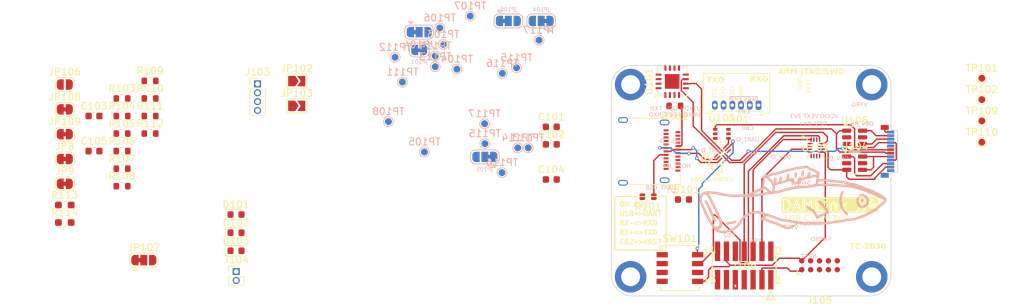
<source format=kicad_pcb>
(kicad_pcb (version 20240108) (generator "pcbnew") (generator_version "8.0")
  (title_block (title "DAMLink") (date "2024-06-15") (rev "4") (comment 1 "MootSeeker 2024"))
  (layers (0 "F.Cu" signal) (31 "B.Cu" signal) (34 "B.Paste" user) (35 "F.Paste" user) (36 "B.SilkS" user "B.Silkscreen") (37 "F.SilkS" user "F.Silkscreen") (38 "B.Mask" user) (39 "F.Mask" user) (44 "Edge.Cuts" user))
  (net 0 "")
  (net 1 "+3V3")
  (net 2 "GND")
  (net 3 "Net-(C101-Pad1)")
  (net 4 "VBUS")
  (net 5 "VCC")
  (net 6 "Net-(D101-K)")
  (net 7 "Net-(D102-K)")
  (net 8 "Net-(D103-K)")
  (net 9 "/IO1")
  (net 10 "/HOST_CC1")
  (net 11 "/HOST_D+")
  (net 12 "/HOST_D-")
  (net 13 "/IO0")
  (net 18 "/HOST_CC2")
  (net 22 "/SWDIO")
  (net 23 "/DEV_CC1")
  (net 24 "/DEV_D+")
  (net 25 "/DEV_D-")
  (net 26 "/VTARGET")
  (net 27 "/DEV_RX-")
  (net 28 "/DEV_RX+")
  (net 29 "/DEV_CC2")
  (net 30 "/~{RESET}")
  (net 32 "/DEV_RXD")
  (net 33 "/DEV_TXD")
  (net 36 "/TXLED{slash}CB1")
  (net 37 "/RXLED{slash}CB2")
  (net 38 "/UART_USB")
  (net 39 "/~{PASS_USB}")
  (net 40 "/SWT_RX+")
  (net 41 "/SWT_RX-")
  (net 42 "/TXDEN{slash}CB0")
  (net 43 "/SLEEP{slash}CB3")
  (net 44 "/UART_D+")
  (net 45 "/UART_D-")
  (net 46 "/VREF")
  (net 47 "/VBUS_DEV")
  (net 48 "/~{DEV_ON}")
  (net 49 "Net-(J104-Pin_1)")
  (net 52 "/SWCLK")
  (net 53 "/SWO")
  (net 57 "Net-(J106-VCP_RX)")
  (net 58 "Net-(J106-VCP_TX)")
  (net 61 "Net-(JP101-A)")
  (net 62 "Net-(JP102-A)")
  (net 63 "Net-(JP8-A)")
  (net 64 "Net-(JP9-A)")
  (net 65 "/DEV_TX+")
  (net 66 "/DEV_TX-")
  (net 67 "Net-(JP103-A)")
  (net 68 "Net-(JP104-B)")
  (footprint "Package_TO_SOT_SMD:SOT-23-6" (layer "F.Cu") (at 182.8 48.3)
    (property "Reference" "U106")
    (property "Value" "USBLC6-4SC6")
  )
  (footprint "Resistor_SMD:R_0603_1608Metric" (layer "F.Cu") (at 153.25 56.8 180)
    (property "Reference" "R101")
    (property "Value" "5k1")
  )
  (footprint "Connector_USB:USB_C_Receptacle_Amphenol_12401610E4-2A" (layer "F.Cu") (at 152.5 50.31 -90)
    (property "Reference" "J102" (hide yes))
    (property "Value" "USB_C_Receptacle_Host")
  )
  (footprint "MountingHole:MountingHole_2.7mm_M2.5_ISO7380_Pad" (layer "F.Cu") (at 185.25 40.75)
    (property "Reference" "H102" (hide yes))
    (property "Value" "MountingHole_Pad")
  )
  (footprint "Resistor_SMD:R_0603_1608Metric" (layer "F.Cu") (at 81.9925 42.74)
    (property "Reference" "R110")
    (property "Value" "680R")
  )
  (footprint "MountingHole:MountingHole_2.7mm_M2.5_ISO7380_Pad" (layer "F.Cu") (at 185.25 68.25)
    (property "Reference" "H104" (hide yes))
    (property "Value" "MountingHole_Pad")
  )
  (footprint "TestPoint:TestPoint_Pad_D1.0mm" (layer "F.Cu") (at 201 42.9)
    (property "Reference" "TP102")
    (property "Value" "TestPoint_Small")
  )
  (footprint "Jumper:SolderJumper-2_P1.3mm_Open_TrianglePad1.0x1.5mm" (layer "F.Cu") (at 102.975 40.25)
    (property "Reference" "JP102")
    (property "Value" "SolderJumper_2_Open")
  )
  (footprint "TMUX1574RSVR:RSV16_TEX" (layer "F.Cu") (at 177.175 49.8)
    (property "Reference" "U103")
    (property "Value" "TMUX1574RSVR")
  )
  (footprint "Resistor_SMD:R_0603_1608Metric" (layer "F.Cu") (at 77.9825 50.27)
    (property "Reference" "R106")
    (property "Value" "1k")
  )
  (footprint "Resistor_SMD:R_0603_1608Metric_Pad0.98x0.95mm_HandSolder" (layer "F.Cu") (at 69.7925 60.49)
    (property "Reference" "R114")
    (property "Value" "10k")
  )
  (footprint "Jumper:SolderJumper-2_P1.3mm_Open_TrianglePad1.0x1.5mm" (layer "F.Cu") (at 102.975 43.8)
    (property "Reference" "JP103")
    (property "Value" "SolderJumper_2_Open")
  )
  (footprint "Inductor_SMD:L_0603_1608Metric" (layer "F.Cu") (at 158.3125 57.2)
    (property "Reference" "FB101")
    (property "Value" "120R/0.55A")
  )
  (footprint "Resistor_SMD:R_0603_1608Metric" (layer "F.Cu") (at 157.075 43.8 180)
    (property "Reference" "R102")
    (property "Value" "5k1")
  )
  (footprint "Resistor_SMD:R_0603_1608Metric" (layer "F.Cu") (at 81.9925 47.76)
    (property "Reference" "R112")
    (property "Value" "1k")
  )
  (footprint "Resistor_SMD:R_0603_1608Metric" (layer "F.Cu") (at 77.9825 42.74)
    (property "Reference" "R103")
    (property "Value" "22k")
  )
  (footprint "Resistor_SMD:R_0603_1608Metric" (layer "F.Cu") (at 81.9925 40.23)
    (property "Reference" "R109")
    (property "Value" "680R")
  )
  (footprint "Resistor_SMD:R_0603_1608Metric" (layer "F.Cu") (at 77.9825 45.25)
    (property "Reference" "R104")
    (property "Value" "22k")
  )
  (footprint "Connector_PinHeader_1.27mm:PinHeader_1x02_P1.27mm_Vertical" (layer "F.Cu") (at 94.3225 67.5)
    (property "Reference" "J104")
    (property "Value" "VCCIO_EXT")
  )
  (footprint "Capacitor_SMD:C_0603_1608Metric" (layer "F.Cu") (at 139.4 46.8)
    (property "Reference" "C101")
    (property "Value" "10nF")
  )
  (footprint "Connector_Molex:Molex_PicoBlade_53048-0610_1x06_P1.25mm_Horizontal" (layer "F.Cu") (at 169.05 43.7 180)
    (property "Reference" "J101")
    (property "Value" "PicoBlade")
  )
  (footprint "Resistor_SMD:R_0603_1608Metric" (layer "F.Cu") (at 77.9825 52.78)
    (property "Reference" "R107")
    (property "Value" "680R")
  )
  (footprint "LED_SMD:LED_0603_1608Metric" (layer "F.Cu") (at 94.2925 59.35)
    (property "Reference" "D101")
    (property "Value" "TXD")
  )
  (footprint "Capacitor_SMD:C_0603_1608Metric" (layer "F.Cu") (at 73.9725 50.27)
    (property "Reference" "C105")
    (property "Value" "100nF")
  )
  (footprint "Connector_STDC14:CON14_2X7_DUK_FTSH_SAI" (layer "F.Cu") (at 167 66.63673)
    (property "Reference" "J106")
    (property "Value" "Conn_ST_STDC14")
  )
  (footprint "MountingHole:MountingHole_2.7mm_M2.5_ISO7380_Pad" (layer "F.Cu") (at 150.75 40.75)
    (property "Reference" "H101" (hide yes))
    (property "Value" "MountingHole_Pad")
  )
  (footprint "TestPoint:TestPoint_Pad_D1.0mm" (layer "F.Cu") (at 201 39.85)
    (property "Reference" "TP101")
    (property "Value" "TestPoint_Small")
  )
  (footprint "Package_TO_SOT_SMD:SOT-363_SC-70-6" (layer "F.Cu") (at 163.8 47.8)
    (property "Reference" "U105")
    (property "Value" "SiP32432DR3")
  )
  (footprint "Connector:Tag-Connect_TC2050-IDC-FP_2x05_P1.27mm_Vertical" (layer "F.Cu") (at 177.775 66.6)
    (property "Reference" "J105")
    (property "Value" "TC2050-IDC")
  )
  (footprint "Resistor_SMD:R_0603_1608Metric_Pad0.98x0.95mm_HandSolder" (layer "F.Cu") (at 69.7925 57.98)
    (property "Reference" "R113")
    (property "Value" "22k")
  )
  (footprint "Connector_PinHeader_1.27mm:PinHeader_1x04_P1.27mm_Vertical" (layer "F.Cu") (at 97.3725 40.65)
    (property "Reference" "J103")
    (property "Value" "PicoBlade")
  )
  (footprint "MountingHole:MountingHole_2.7mm_M2.5_ISO7380_Pad" (layer "F.Cu") (at 150.75 68.25)
    (property "Reference" "H103" (hide yes))
    (property "Value" "MountingHole_Pad")
  )
  (footprint "TestPoint:TestPoint_Pad_D1.0mm" (layer "F.Cu") (at 201 49)
    (property "Reference" "TP110")
    (property "Value" "TestPoint_Small")
  )
  (footprint "LED_SMD:LED_0603_1608Metric" (layer "F.Cu") (at 94.2925 64.53)
    (property "Reference" "D103")
    (property "Value" "WHITE")
  )
  (footprint "Jumper:SolderJumper-2_P1.3mm_Bridged_RoundedPad1.0x1.5mm" (layer "F.Cu") (at 69.7925 47.85)
    (property "Reference" "JP109")
    (property "Value" "SolderJumper_2_Bridged")
  )
  (footprint "Resistor_SMD:R_0603_1608Metric" (layer "F.Cu") (at 77.9825 47.76)
    (property "Reference" "R105")
    (property "Value" "1k")
  )
  (footprint "Jumper:SolderJumper-2_P1.3mm_Open_RoundedPad1.0x1.5mm" (layer "F.Cu") (at 69.7925 40.75)
    (property "Reference" "JP106")
    (property "Value" "SolderJumper_2_Open")
  )
  (footprint "Connector_USB:USB_C_Plug_Molex_105444" (layer "F.Cu") (at 187.99 50.31 -90)
    (property "Reference" "P101" (hide yes))
    (property "Value" "USB_C_Plug")
  )
  (footprint "Capacitor_SMD:C_0603_1608Metric" (layer "F.Cu") (at 139.4 54.33)
    (property "Reference" "C104")
    (property "Value" "1uF")
  )
  (footprint "Resistor_SMD:R_0603_1608Metric" (layer "F.Cu") (at 77.9825 55.29)
    (property "Reference" "R108")
    (property "Value" "680R")
  )
  (footprint "LED_SMD:LED_0603_1608Metric" (layer "F.Cu") (at 94.2925 61.94)
    (property "Reference" "D102")
    (property "Value" "RXD")
  )
  (footprint "Capacitor_SMD:C_0603_1608Metric" (layer "F.Cu") (at 73.9725 45.25)
    (property "Reference" "C103")
    (property "Value" "100nF")
  )
  (footprint "Jumper:SolderJumper-2_P1.3mm_Bridged_RoundedPad1.0x1.5mm" (layer "F.Cu") (at 69.7925 51.4)
    (property "Reference" "JP8")
    (property "Value" "SolderJumper_2_Bridged")
  )
  (footprint "Jumper:SolderJumper-2_P1.3mm_Bridged_RoundedPad1.0x1.5mm" (layer "F.Cu") (at 69.7925 54.95)
    (property "Reference" "JP9")
    (property "Value" "SolderJumper_2_Bridged")
  )
  (footprint "TestPoint:TestPoint_Pad_D1.0mm" (layer "F.Cu") (at 201 45.95)
    (property "Reference" "TP109")
    (property "Value" "TestPoint_Small")
  )
  (footprint "Package_DFN_QFN:QFN-16-1EP_4x4mm_P0.65mm_EP2.1x2.1mm" (layer "F.Cu") (at 156.7 40.3 90)
    (property "Reference" "U101")
    (property "Value" "FT230XQ")
  )
  (footprint "Jumper:SolderJumper-2_P1.3mm_Bridged_RoundedPad1.0x1.5mm" (layer "F.Cu") (at 69.7925 44.3)
    (property "Reference" "JP108")
    (property "Value" "SolderJumper_2_Bridged")
  )
  (footprint "Button_Switch_SMD:SW_DIP_SPSTx04_Slide_Copal_CHS-04A_W5.08mm_P1.27mm_JPin" (layer "F.Cu") (at 157.8 67)
    (property "Reference" "SW101")
    (property "Value" "SW_DIP_x04")
  )
  (footprint "Resistor_SMD:R_0603_1608Metric" (layer "F.Cu") (at 81.9925 45.25)
    (property "Reference" "R111")
    (property "Value" "22k")
  )
  (footprint "Capacitor_SMD:C_0603_1608Metric" (layer "F.Cu") (at 139.4 49.31)
    (property "Reference" "C102")
    (property "Value" "100nF")
  )
  (footprint "Jumper:SolderJumper-3_P1.3mm_Bridged12_RoundedPad1.0x1.5mm" (layer "F.Cu") (at 81.1025 65.87)
    (property "Reference" "JP107")
    (property "Value" "SolderJumper_3_Bridged12")
  )
  (footprint "Package_DFN_QFN:UQFN-10_1.3x1.8mm_P0.4mm" (layer "F.Cu") (at 163.9 50.6 135)
    (property "Reference" "U102")
    (property "Value" "USB3740B-AI2")
  )
  (footprint "Package_TO_SOT_SMD:SOT-23-6" (layer "F.Cu") (at 182.8 52)
    (property "Reference" "U104")
    (property "Value" "USBLC6-4SC6")
  )
  (footprint "Jumper:SolderJumper-3_P1.3mm_Bridged12_RoundedPad1.0x1.5mm" (layer "B.Cu") (at 137.95 31.65 180)
    (property "Reference" "JP104")
    (property "Value" "SolderJumper_3_Bridged12")
  )
  (footprint "TestPoint:TestPoint_Pad_D1.0mm" (layer "B.Cu") (at 132.4 39.15 180)
    (property "Reference" "TP116")
    (property "Value" "TestPoint_Small")
  )
  (footprint "TestPoint:TestPoint_Pad_D1.0mm" (layer "B.Cu") (at 127.8 30.95 180)
    (property "Reference" "TP107")
    (property "Value" "TestPoint_Small")
  )
  (footprint "TestPoint:TestPoint_Pad_D1.0mm" (layer "B.Cu") (at 118.1 40.4 180)
    (property "Reference" "TP111")
    (property "Value" "TestPoint_Small")
  )
  (footprint "Jumper:SolderJumper-3_P1.3mm_Bridged12_RoundedPad1.0x1.5mm" (layer "B.Cu") (at 129.9 51.1 180)
    (property "Reference" "JP105")
    (property "Value" "SolderJumper_3_Bridged12")
  )
  (footprint "TestPoint:TestPoint_Pad_D1.0mm" (layer "B.Cu") (at 123.95 35 180)
    (property "Reference" "TP103")
    (property "Value" "TestPoint_Small")
  )
  (footprint "TestPoint:TestPoint_Pad_D1.0mm" (layer "B.Cu") (at 122.8 36.65 180)
    (property "Reference" "TP114")
    (property "Value" "TestPoint_Small")
  )
  (footprint "TestPoint:TestPoint_Pad_D1.0mm" (layer "B.Cu") (at 125.9 38.55 180)
    (property "Reference" "TP104")
    (property "Value" "TestPoint_Small")
  )
  (footprint "TestPoint:TestPoint_Pad_D1.0mm" (layer "B.Cu") (at 117.05 36.85 180)
    (property "Reference" "TP112")
    (property "Value" "TestPoint_Small")
  )
  (footprint "TestPoint:TestPoint_Pad_D1.0mm" (layer "B.Cu") (at 134.425 38.35 180)
    (property "Reference" "TP115")
    (property "Value" "TestPoint_Small")
  )
  (footprint "TestPoint:TestPoint_Pad_D1.0mm" (layer "B.Cu") (at 134.6 49.8 180)
    (property "Reference" "TP114")
    (property "Value" "TestPoint_Small")
  )
  (footprint "LOGO" (layer "B.Cu") (at 174.1 58.3 180)
    (property "Reference" "G***" (hide yes))
    (property "Value" "LOGO" (hide yes))
  )
  (footprint "TestPoint:TestPoint_Pad_D1.0mm" (layer "B.Cu") (at 132.35 53.35 180)
    (property "Reference" "TP116")
    (property "Value" "TestPoint_Small")
  )
  (footprint "TestPoint:TestPoint_Pad_D1.0mm" (layer "B.Cu") (at 123.45 32.65 180)
    (property "Reference" "TP106")
    (property "Value" "TestPoint_Small")
  )
  (footprint "Jumper:SolderJumper-3_P1.3mm_Bridged12_RoundedPad1.0x1.5mm" (layer "B.Cu") (at 133.25 31.65)
    (property "Reference" "JP105")
    (property "Value" "SolderJumper_3_Bridged12")
  )
  (footprint "TestPoint:TestPoint_Pad_D1.0mm" (layer "B.Cu") (at 137.65 34.4 180)
    (property "Reference" "TP117")
    (property "Value" "TestPoint_Small")
  )
  (footprint "Jumper:SolderJumper-2_P1.3mm_Bridged_RoundedPad1.0x1.5mm" (layer "B.Cu") (at 120.5 35.8)
    (property "Reference" "JP101")
    (property "Value" "SolderJumper_2_Bridged")
  )
  (footprint "TestPoint:TestPoint_Pad_D1.0mm" (layer "B.Cu") (at 121.25 50.4 180)
    (property "Reference" "TP105")
    (property "Value" "TestPoint_Small")
  )
  (footprint "TestPoint:TestPoint_Pad_D1.0mm" (layer "B.Cu") (at 116.1 46.05 180)
    (property "Reference" "TP108")
    (property "Value" "TestPoint_Small")
  )
  (footprint "TestPoint:TestPoint_Pad_D1.0mm" (layer "B.Cu") (at 129.85 46.35 180)
    (property "Reference" "TP117")
    (property "Value" "TestPoint_Small")
  )
  (footprint "TestPoint:TestPoint_Pad_D1.0mm" (layer "B.Cu") (at 122.8 38.2 180)
    (property "Reference" "TP113")
    (property "Value" "TestPoint_Small")
  )
  (footprint "TestPoint:TestPoint_Pad_D1.0mm" (layer "B.Cu") (at 136.1 49.8 180)
    (property "Reference" "TP113")
    (property "Value" "TestPoint_Small")
  )
  (footprint "Jumper:SolderJumper-3_P1.3mm_Bridged12_RoundedPad1.0x1.5mm" (layer "B.Cu") (at 120.5 33.25)
    (property "Reference" "JP104")
    (property "Value" "SolderJumper_3_Bridged12")
  )
  (footprint "TestPoint:TestPoint_Pad_D1.0mm" (layer "B.Cu") (at 129.9 49.2 180)
    (property "Reference" "TP115")
    (property "Value" "TestPoint_Small")
  )
  (gr_line (start 174.8 55.1) (end 174.35 55.55) (stroke (width 0.1)) (layer "B.SilkS"))
  (gr_line (start 157 56.35) (end 157 56.1) (stroke (width 0.1)) (layer "B.SilkS"))
  (gr_line (start 174.35 55.55) (end 174.35 55.2) (stroke (width 0.1)) (layer "B.SilkS"))
  (gr_line (start 156.55 55.9) (end 157 56.35) (stroke (width 0.1)) (layer "B.SilkS"))
  (gr_line (start 185 71) (end 151 71) (stroke (width 0.1)) (layer "Edge.Cuts"))
  (gr_line (start 188.950546 53.08) (end 188.950546 47.524454) (stroke (width 0.1)) (layer "Edge.Cuts"))
  (gr_arc (start 188.675546 47.249454) (mid 188.87 47.33) (end 188.950546 47.524454) (stroke (width 0.1)) (layer "Edge.Cuts"))
  (gr_arc (start 188 68) (mid 187.12132 70.12132) (end 185 71) (stroke (width 0.1)) (layer "Edge.Cuts"))
  (gr_arc (start 148 41) (mid 148.87868 38.87868) (end 151 38) (stroke (width 0.1)) (layer "Edge.Cuts"))
  (gr_line (start 188 46.973866) (end 188 41) (stroke (width 0.1)) (layer "Edge.Cuts"))
  (gr_arc (start 188.950546 53.08) (mid 188.87 53.274454) (end 188.675546 53.355) (stroke (width 0.1)) (layer "Edge.Cuts"))
  (gr_line (start 151 38) (end 185 38) (stroke (width 0.1)) (layer "Edge.Cuts"))
  (gr_line (start 188 53.64) (end 188 68) (stroke (width 0.1)) (layer "Edge.Cuts"))
  (gr_arc (start 151 71) (mid 148.87868 70.12132) (end 148 68) (stroke (width 0.1)) (layer "Edge.Cuts"))
  (gr_line (start 148 68) (end 148 41) (stroke (width 0.1)) (layer "Edge.Cuts"))
  (gr_arc (start 185 38) (mid 187.12132 38.87868) (end 188 41) (stroke (width 0.1)) (layer "Edge.Cuts"))
  (gr_line (start 188.675546 53.355588) (end 188.275 53.355588) (stroke (width 0.1)) (layer "Edge.Cuts"))
  (gr_arc (start 188 53.630588) (mid 188.080546 53.436134) (end 188.275 53.355588) (stroke (width 0.1)) (layer "Edge.Cuts"))
  (gr_line (start 188.275 47.248866) (end 188.675546 47.248866) (stroke (width 0.1)) (layer "Edge.Cuts"))
  (gr_arc (start 188.275 47.248866) (mid 188.080546 47.16832) (end 188 46.973866) (stroke (width 0.1)) (layer "Edge.Cuts"))
  (gr_text "SWDIO" (at 179.45 63.25 0) (layer "B.SilkS") (effects (font (size 0.6 0.6) (thickness 0.1)) (justify left bottom mirror)))
  (gr_text "VEXT" (at 177.65 45.65 0) (layer "B.SilkS") (effects (font (size 0.6 0.6) (thickness 0.1)) (justify left bottom mirror)))
  (gr_text "CB0" (at 168.35 47.35 0) (layer "B.SilkS") (effects (font (size 0.6 0.6) (thickness 0.1)) (justify left bottom mirror)))
  (gr_text "CB2" (at 165.7 62.7 0) (layer "B.SilkS") (effects (font (size 0.6 0.6) (thickness 0.1)) (justify left bottom mirror)))
  (gr_text "VTRG" (at 184.65 44 0) (layer "B.SilkS") (effects (font (size 0.6 0.6) (thickness 0.1)) (justify left bottom mirror)))
  (gr_text "SWO" (at 176.5 55.15 0) (layer "B.SilkS") (effects (font (size 0.6 0.6) (thickness 0.1)) (justify left bottom mirror)))
  (gr_text "NRST" (at 177.35 65.7 0) (layer "B.SilkS") (effects (font (size 0.6 0.6) (thickness 0.1)) (justify left bottom mirror)))
  (gr_text "UART_USB" (at 157.25 55.9 0) (layer "B.SilkS") (effects (font (size 0.6 0.6) (thickness 0.1)) (justify left bottom mirror)))
  (gr_text "HOST_D+" (at 159.35 52.75 0) (layer "B.SilkS") (effects (font (size 0.6 0.6) (thickness 0.1)) (justify left bottom mirror)))
  (gr_text "VCCIO" (at 180.5 45.65 0) (layer "B.SilkS") (effects (font (size 0.6 0.6) (thickness 0.1)) (justify left bottom mirror)))
  (gr_text "DEV_D-" (at 173.7 51.5 0) (layer "B.SilkS") (effects (font (size 0.6 0.6) (thickness 0.1)) (justify left bottom mirror)))
  (gr_text "UART_D-" (at 169.15 49 0) (layer "B.SilkS") (effects (font (size 0.6 0.6) (thickness 0.1)) (justify left bottom mirror)))
  (gr_text "UTXD<-DEV_TXD" (at 160.8 44.55 0) (layer "B.SilkS") (effects (font (size 0.6 0.6) (thickness 0.1)) (justify left bottom mirror)))
  (gr_text "CB1" (at 169.5 50.85 0) (layer "B.SilkS") (effects (font (size 0.6 0.6) (thickness 0.1)) (justify left bottom mirror)))
  (gr_text "~{PASS_USB}" (at 169.05 43.3 0) (layer "B.SilkS") (effects (font (size 0.6 0.6) (thickness 0.1)) (justify left bottom mirror)))
  (gr_text "UART_D+" (at 164.1 50.55 0) (layer "B.SilkS") (effects (font (size 0.6 0.6) (thickness 0.1)) (justify left bottom mirror)))
  (gr_text "3V3" (at 175.2 45.65 0) (layer "B.SilkS") (effects (font (size 0.6 0.6) (thickness 0.1)) (justify left bottom mirror)))
  (gr_text "URXD->DEV_RXD" (at 160.75 45.45 0) (layer "B.SilkS") (effects (font (size 0.6 0.6) (thickness 0.1)) (justify left bottom mirror)))
  (gr_text "VCC" (at 169.45 63.45 0) (layer "B.SilkS") (effects (font (size 0.6 0.6) (thickness 0.1)) (justify left bottom mirror)))
  (gr_text "HOST_D-" (at 158.35 49.2 0) (layer "B.SilkS") (effects (font (size 0.6 0.6) (thickness 0.1)) (justify left bottom mirror)))
  (gr_text "DEV_RX-" (at 185.525 46.725 0) (layer "B.SilkS") (effects (font (size 0.6 0.6) (thickness 0.1)) (justify left bottom mirror)))
  (gr_text "CB3" (at 167.8 45 0) (layer "B.SilkS") (effects (font (size 0.6 0.6) (thickness 0.1)) (justify left bottom mirror)))
  (gr_text "DEV_D+" (at 181.95 51.7 0) (layer "B.SilkS") (effects (font (size 0.6 0.6) (thickness 0.1)) (justify left bottom mirror)))
  (gr_text "SWCLK" (at 178 61 0) (layer "B.SilkS") (effects (font (size 0.6 0.6) (thickness 0.1)) (justify left bottom mirror)))
  (gr_text "DEV_RX+" (at 178.8 46.75 0) (layer "B.SilkS") (effects (font (size 0.6 0.6) (thickness 0.1)) (justify left bottom mirror)))
  (gr_text "VTGT" (at 174.75 61.55 0) (layer "B.SilkS") (effects (font (size 0.6 0.6) (thickness 0.1)) (justify left bottom mirror)))
  (gr_text "DAMLink R${REVISION}" (at 179.2 59 0) (layer "F.SilkS" knockout) (effects (font (size 1.6 1.6)) (justify bottom)))
  (gr_text "USB-C DAM Tool" (at 177.3 60.4 0) (layer "F.SilkS") (effects (font (size 0.8 0.8) (thickness 0.15) (italic yes)) (justify bottom)))
  (gr_text "VEXT" (at 176.6 42.05529 90) (layer "F.SilkS") (effects (font (size 0.6 0.6) (thickness 0.1)) (justify left bottom)))
  (gr_text "GND" (at 175.35 41.55 90) (layer "F.SilkS") (effects (font (size 0.6 0.6) (thickness 0.1)) (justify left bottom)))
  (gr_text "TXD" (at 161.6 40.6 0) (layer "F.SilkS") (effects (font (size 0.8 0.8) (thickness 0.16) (bold yes) (italic yes)) (justify left bottom)))
  (gr_text "VCC" (at 163.1 42.8 90) (layer "F.SilkS") (effects (font (size 0.6 0.6) (thickness 0.1)) (justify left bottom)))
  (gr_text "ARM-JTAG/SWD" (at 171.8 39.4 0) (layer "F.SilkS") (effects (font (size 0.8 0.8) (thickness 0.2) (bold yes) (italic yes)) (justify left bottom)))
  (gr_text "RXD" (at 167.8 40.5 0) (layer "F.SilkS") (effects (font (size 0.8 0.8) (thickness 0.16) (bold yes) (italic yes)) (justify left bottom)))
  (gr_text "TC-2030" (at 182.1 64.4 0) (layer "F.SilkS") (effects (font (size 0.8 0.8) (thickness 0.2) (bold yes) (italic yes)) (justify left bottom)))
  (gr_text "RXD" (at 164.35 42.8 90) (layer "F.SilkS") (effects (font (size 0.6 0.6) (thickness 0.1)) (justify left bottom)))
  (gr_text "VBUS->VBDEV" (at 159.3 54.7 0) (layer "F.SilkS") (effects (font (size 0.6 0.6) (thickness 0.1)) (justify left bottom)))
  (gr_text "GND" (at 166.9 42.8 90) (layer "F.SilkS") (effects (font (size 0.6 0.6) (thickness 0.1)) (justify left bottom)))
  (gr_text "TXD" (at 165.65 42.8 90) (layer "F.SilkS") (effects (font (size 0.6 0.6) (thickness 0.1)) (justify left bottom)))
  (gr_text_box "ON POS:\nUSB=>UART\nRX-=>RXD\nRX+=>TXD\nCB2=>NRST" (start 148.5 56.775) (end 155.85 64.425) (layer "F.SilkS") (effects (font (size 0.8 0.8) (thickness 0.15) (bold yes)) (justify left top)) (border yes) (stroke (width 0.15)))
  (segment (start 187.11 47.41) (end 187.11 46.89) (width 0.2) (layer "F.Cu") (net 2))
  (segment (start 187.95 47.56) (end 187.26 47.56) (width 0.2) (layer "F.Cu") (net 2))
  (segment (start 187.26 47.56) (end 187.11 47.41) (width 0.2) (layer "F.Cu") (net 2))
  (segment (start 164.235876 49.698439) (end 164.7 49.234315) (width 0.2) (layer "F.Cu") (net 4))
  (segment (start 164.7 49.2) (end 164.75 49.15) (width 0.2) (layer "F.Cu") (net 4))
  (segment (start 164.75 49.15) (end 164.75 48.45) (width 0.2) (layer "F.Cu") (net 4))
  (segment (start 164.7 49.234315) (end 164.7 49.2) (width 0.2) (layer "F.Cu") (net 4))
  (segment (start 158.09 49.41) (end 157.94 49.56) (width 0.2) (layer "F.Cu") (net 10))
  (segment (start 157.94 49.56) (end 157.52 49.56) (width 0.2) (layer "F.Cu") (net 10))
  (segment (start 158.09 43.99) (end 158.09 49.41) (width 0.2) (layer "F.Cu") (net 10))
  (segment (start 157.9 43.8) (end 158.09 43.99) (width 0.2) (layer "F.Cu") (net 10))
  (segment (start 163.564124 51.516915) (end 163.181039 51.9) (width 0.2) (layer "F.Cu") (net 11))
  (segment (start 163.181039 51.9) (end 160.8 51.9) (width 0.2) (layer "F.Cu") (net 11))
  (segment (start 157.52 50.06) (end 159.44 50.06) (width 0.2) (layer "F.Cu") (net 11))
  (segment (start 157.52 50.06) (end 156.74 50.06) (width 0.2) (layer "F.Cu") (net 11))
  (segment (start 160.8 51.9) (end 160.2 51.3) (width 0.2) (layer "F.Cu") (net 11))
  (segment (start 156.74 50.06) (end 156.49 50.31) (width 0.2) (layer "F.Cu") (net 11))
  (segment (start 159.44 50.06) (end 159.7 49.8) (width 0.2) (layer "F.Cu") (net 11))
  (segment (start 156.49 50.31) (end 155.82 50.31) (width 0.2) (layer "F.Cu") (net 11))
  (segment (start 163.564124 51.501561) (end 163.564124 51.516915) (width 0.2) (layer "F.Cu") (net 11))
  (via (at 160.2 51.3) (size 0.5) (drill 0.3) (layers "F.Cu" "B.Cu") (net 11))
  (via (at 159.7 49.8) (size 0.5) (drill 0.3) (layers "F.Cu" "B.Cu") (net 11))
  (segment (start 159.7 49.8) (end 159.8 49.8) (width 0.2) (layer "B.Cu") (net 11))
  (segment (start 159.8 49.8) (end 160.2 50.2) (width 0.2) (layer "B.Cu") (net 11))
  (segment (start 160.2 50.2) (end 160.2 51.3) (width 0.2) (layer "B.Cu") (net 11))
  (segment (start 159.1 50.6) (end 157.56 50.6) (width 0.2) (layer "F.Cu") (net 12))
  (segment (start 155.82 49.81) (end 154.91 49.81) (width 0.2) (layer "F.Cu") (net 12))
  (segment (start 163.027979 51.472021) (end 161.372021 51.472021) (width 0.2) (layer "F.Cu") (net 12))
  (segment (start 157.56 50.6) (end 157.52 50.56) (width 0.2) (layer "F.Cu") (net 12))
  (segment (start 154.9 49.8) (end 154.91 49.81) (width 0.2) (layer "F.Cu") (net 12))
  (segment (start 163.281282 51.218718) (end 163.027979 51.472021) (width 0.2) (layer "F.Cu") (net 12))
  (segment (start 160.5 50.6) (end 159.1 50.6) (width 0.2) (layer "F.Cu") (net 12))
  (segment (start 161.372021 51.472021) (end 160.5 50.6) (width 0.2) (layer "F.Cu") (net 12))
  (via (at 154.9 49.8) (size 0.5) (drill 0.3) (layers "F.Cu" "B.Cu") (net 12))
  (via (at 159.1 50.6) (size 0.5) (drill 0.3) (layers "F.Cu" "B.Cu") (net 12))
  (segment (start 156.5 49.8) (end 157.3 50.6) (width 0.2) (layer "B.Cu") (net 12))
  (segment (start 157.3 50.6) (end 159.1 50.6) (width 0.2) (layer "B.Cu") (net 12))
  (segment (start 154.9 49.8) (end 156.5 49.8) (width 0.2) (layer "B.Cu") (net 12))
  (segment (start 155.21 50.81) (end 155.82 50.81) (width 0.2) (layer "F.Cu") (net 18))
  (segment (start 155.2 50.8) (end 155.21 50.81) (width 0.2) (layer "F.Cu") (net 18))
  (segment (start 154.9 50.8) (end 155.2 50.8) (width 0.2) (layer "F.Cu") (net 18))
  (segment (start 154.075 51.625) (end 154.9 50.8) (width 0.2) (layer "F.Cu") (net 18))
  (segment (start 154.075 56.8) (end 154.075 51.625) (width 0.2) (layer "F.Cu") (net 18))
  (segment (start 169.54 64.60473) (end 169.54 54.26) (width 0.2) (layer "F.Cu") (net 22))
  (segment (start 169.54 54.26) (end 173.8 50) (width 0.2) (layer "F.Cu") (net 22))
  (segment (start 173.8 50) (end 176.4 50) (width 0.2) (layer "F.Cu") (net 22))
  (segment (start 165.18 51.58) (end 166.4 51.58) (width 0.2) (layer "F.Cu") (net 24))
  (segment (start 164.482843 50.882843) (end 165 51.4) (width 0.2) (layer "F.Cu") (net 24))
  (segment (start 164.465685 50.882843) (end 164.482843 50.882843) (width 0.2) (layer "F.Cu") (net 24))
  (segment (start 165 51.4) (end 165.18 51.58) (width 0.2) (layer "F.Cu") (net 24))
  (segment (start 167.58 50.4) (end 167.58 50.32) (width 0.2) (layer "F.Cu") (net 24))
  (segment (start 181.625 49.9) (end 181.6625 49.8625) (width 0.2) (layer "F.Cu") (net 24))
  (segment (start 167.58 50.32) (end 167.6 50.3) (width 0.2) (layer "F.Cu") (net 24))
  (segment (start 181.1 49.9) (end 181.625 49.9) (width 0.2) (layer "F.Cu") (net 24))
  (segment (start 181.89 50.09) (end 187.92 50.09) (width 0.2) (layer "F.Cu") (net 24))
  (segment (start 166.4 51.58) (end 167.58 50.4) (width 0.2) (layer "F.Cu") (net 24))
  (segment (start 187.92 50.09) (end 187.95 50.06) (width 0.2) (layer "F.Cu") (net 24))
  (segment (start 181.6625 49.25) (end 181.6625 49.8625) (width 0.2) (layer "F.Cu") (net 24))
  (segment (start 181.6625 49.8625) (end 181.89 50.09) (width 0.2) (layer "F.Cu") (net 24))
  (via (at 167.6 50.3) (size 0.5) (drill 0.3) (layers "F.Cu" "B.Cu") (net 24))
  (via (at 181.1 49.9) (size 0.5) (drill 0.3) (layers "F.Cu" "B.Cu") (net 24))
  (segment (start 167.6 50.3) (end 180 50.3) (width 0.2) (layer "B.Cu") (net 24))
  (segment (start 180.4 49.9) (end 181.1 49.9) (width 0.2) (layer "B.Cu") (net 24))
  (segment (start 180 50.3) (end 180.4 49.9) (width 0.2) (layer "B.Cu") (net 24))
  (segment (start 164.182843 51.165685) (end 164.917158 51.9) (width 0.2) (layer "F.Cu") (net 25))
  (segment (start 179.5 47.1) (end 180.2 47.8) (width 0.2) (layer "F.Cu") (net 25))
  (segment (start 187.25 50.56) (end 187.1 50.41) (width 0.2) (layer "F.Cu") (net 25))
  (segment (start 180.71 50.41) (end 180.2 49.9) (width 0.2) (layer "F.Cu") (net 25))
  (segment (start 187.1 50.41) (end 180.71 50.41) (width 0.2) (layer "F.Cu") (net 25))
  (segment (start 180.2 49.9) (end 180.2 47.8) (width 0.2) (layer "F.Cu") (net 25))
  (segment (start 180.65 47.35) (end 181.6625 47.35) (width 0.2) (layer "F.Cu") (net 25))
  (segment (start 171.547452 47.1) (end 179.5 47.1) (width 0.2) (layer "F.Cu") (net 25))
  (segment (start 166.747452 51.9) (end 171.547452 47.1) (width 0.2) (layer "F.Cu") (net 25))
  (segment (start 187.95 50.56) (end 187.25 50.56) (width 0.2) (layer "F.Cu") (net 25))
  (segment (start 164.917158 51.9) (end 166.747452 51.9) (width 0.2) (layer "F.Cu") (net 25))
  (segment (start 180.2 47.8) (end 180.65 47.35) (width 0.2) (layer "F.Cu") (net 25))
  (segment (start 183.9375 52.95) (end 185.15 52.95) (width 0.2) (layer "F.Cu") (net 26))
  (segment (start 185.15 52.95) (end 185.5 52.6) (width 0.2) (layer "F.Cu") (net 26))
  (segment (start 187.94 51.05) (end 187.95 51.06) (width 0.2) (layer "F.Cu") (net 26))
  (segment (start 183.9375 51.05) (end 185.5 51.05) (width 0.2) (layer "F.Cu") (net 26))
  (segment (start 185.5 52.6) (end 185.5 51.05) (width 0.2) (layer "F.Cu") (net 26))
  (segment (start 185.5 51.05) (end 187.94 51.05) (width 0.2) (layer "F.Cu") (net 26))
  (segment (start 183.1 53.8) (end 185.1 53.8) (width 0.2) (layer "F.Cu") (net 27))
  (segment (start 182.55 51.05) (end 182.8 51.3) (width 0.2) (layer "F.Cu") (net 27))
  (segment (start 185.1 53.8) (end 186.84 52.06) (width 0.2) (layer "F.Cu") (net 27))
  (segment (start 186.84 52.06) (end 187.95 52.06) (width 0.2) (layer "F.Cu") (net 27))
  (segment (start 182.8 53.5) (end 183.1 53.8) (width 0.2) (layer "F.Cu") (net 27))
  (segment (start 182.8 51.3) (end 182.8 53.5) (width 0.2) (layer "F.Cu") (net 27))
  (segment (start 181.6625 51.05) (end 182.55 51.05) (width 0.2) (layer "F.Cu") (net 27))
  (segment (start 178.7 50) (end 179 50.3) (width 0.2) (layer "F.Cu") (net 28))
  (segment (start 185.7 54.11) (end 185.7 54.3) (width 0.2) (layer "F.Cu") (net 28))
  (segment (start 182 54.3) (end 181.6625 53.9625) (width 0.2) (layer "F.Cu") (net 28))
  (segment (start 187.95 52.56) (end 187.25 52.56) (width 0.2) (layer "F.Cu") (net 28))
  (segment (start 179.35 52.95) (end 181.6625 52.95) (width 0.2) (layer "F.Cu") (net 28))
  (segment (start 185.7 54.3) (end 182 54.3) (width 0.2) (layer "F.Cu") (net 28))
  (segment (start 187.25 52.56) (end 185.7 54.11) (width 0.2) (layer "F.Cu") (net 28))
  (segment (start 179 50.3) (end 179 52.6) (width 0.2) (layer "F.Cu") (net 28))
  (segment (start 179 52.6) (end 179.35 52.95) (width 0.2) (layer "F.Cu") (net 28))
  (segment (start 181.6625 53.9625) (end 181.6625 52.95) (width 0.2) (layer "F.Cu") (net 28))
  (segment (start 177.95 50) (end 178.7 50) (width 0.2) (layer "F.Cu") (net 28))
  (segment (start 172.03528 65.59745) (end 171.03273 66.6) (width 0.2) (layer "F.Cu") (net 30))
  (segment (start 160.34 68.905) (end 161.295 68.905) (width 0.2) (layer "F.Cu") (net 30))
  (segment (start 177.95 50.399999) (end 177.98 50.429999) (width 0.2) (layer "F.Cu") (net 30))
  (segment (start 175.235 65.965) (end 174.86745 65.59745) (width 0.2) (layer "F.Cu") (net 30))
  (segment (start 165 66.6) (end 164.46 66.06) (width 0.2) (layer "F.Cu") (net 30))
  (segment (start 161.9 68.3) (end 161.9 67.3) (width 0.2) (layer "F.Cu") (net 30))
  (segment (start 177.98 50.429999) (end 178.429999 50.429999) (width 0.2) (layer "F.Cu") (net 30))
  (segment (start 178.429999 50.429999) (end 178.6 50.6) (width 0.2) (layer "F.Cu") (net 30))
  (segment (start 174.86745 65.59745) (end 172.03528 65.59745) (width 0.2) (layer "F.Cu") (net 30))
  (segment (start 171.03273 66.6) (end 165 66.6) (width 0.2) (layer "F.Cu") (net 30))
  (segment (start 164.8 66.8) (end 165 66.6) (width 0.2) (layer "F.Cu") (net 30))
  (segment (start 164.46 66.06) (end 164.46 64.60473) (width 0.2) (layer "F.Cu") (net 30))
  (segment (start 178.6 50.6) (end 178.6 62.6) (width 0.2) (layer "F.Cu") (net 30))
  (segment (start 161.9 67.3) (end 162.4 66.8) (width 0.2) (layer "F.Cu") (net 30))
  (segment (start 178.6 62.6) (end 175.235 65.965) (width 0.2) (layer "F.Cu") (net 30))
  (segment (start 162.4 66.8) (end 164.8 66.8) (width 0.2) (layer "F.Cu") (net 30))
  (segment (start 161.295 68.905) (end 161.9 68.3) (width 0.2) (layer "F.Cu") (net 30))
  (segment (start 164.518718 49.981282) (end 165.4 49.1) (width 0.2) (layer "F.Cu") (net 38))
  (segment (start 165.4 49.1) (end 165.4 48.9) (width 0.2) (layer "F.Cu") (net 38))
  (segment (start 160.3 64.2) (end 160.3 65.055) (width 0.2) (layer "F.Cu") (net 38))
  (segment (start 160.3 65.055) (end 160.34 65.095) (width 0.2) (layer "F.Cu") (net 38))
  (via (at 160.3 64.2) (size 0.5) (drill 0.3) (layers "F.Cu" "B.Cu") (net 38))
  (via (at 165.4 48.9) (size 0.5) (drill 0.3) (layers "F.Cu" "B.Cu") (net 38))
  (segment (start 160.5 64.1) (end 160.4 64.2) (width 0.2) (layer "B.Cu") (net 38))
  (segment (start 165.4 48.9) (end 165.4 50.5) (width 0.2) (layer "B.Cu") (net 38))
  (segment (start 161 55.2) (end 160.5 55.7) (width 0.2) (layer "B.Cu") (net 38))
  (segment (start 161 54.9) (end 161 55.2) (width 0.2) (layer "B.Cu") (net 38))
  (segment (start 160.5 55.7) (end 160.5 64.1) (width 0.2) (layer "B.Cu") (net 38))
  (segment (start 160.4 64.2) (end 160.3 64.2) (width 0.2) (layer "B.Cu") (net 38))
  (segment (start 165.4 50.5) (end 161 54.9) (width 0.2) (layer "B.Cu") (net 38))
  (segment (start 167.601 53.146452) (end 172.667451 48.080001) (width 0.2) (layer "F.Cu") (net 41))
  (segment (start 166.399 66.22173) (end 167.601 66.22173) (width 0.2) (layer "F.Cu") (net 41))
  (segment (start 177.774999 48.274999) (end 177.774999 48.625001) (width 0.2) (layer "F.Cu") (net 41))
  (segment (start 172.667451 48.080001) (end 177.580001 48.080001) (width 0.2) (layer "F.Cu") (net 41))
  (segment (start 162.589 64.536) (end 162.589 59.411) (width 0.2) (layer "F.Cu") (net 41))
  (segment (start 177.580001 48.080001) (end 177.774999 48.274999) (width 0.2) (layer "F.Cu") (net 41))
  (segment (start 162.589 59.411) (end 162.82227 59.411) (width 0.2) (layer "F.Cu") (net 41))
  (segment (start 160.34 66.365) (end 160.76 66.365) (width 0.2) (layer "F.Cu") (net 41))
  (segment (start 167.601 66.22173) (end 167.601 53.146452) (width 0.2) (layer "F.Cu") (net 41))
  (segment (start 166.399 62.98773) (end 166.399 66.22173) (width 0.2) (layer "F.Cu") (net 41))
  (segment (start 160.76 66.365) (end 162.589 64.536) (width 0.2) (layer "F.Cu") (net 41))
  (segment (start 162.82227 59.411) (end 166.399 62.98773) (width 0.2) (layer "F.Cu") (net 41))
  (segment (start 160.9 41.4) (end 160.1 40.6) (width 0.2) (layer "F.Cu") (net 44))
  (segment (start 159.3 40.6) (end 159.275 40.625) (width 0.2) (layer "F.Cu") (net 44))
  (segment (start 160.1 40.6) (end 159.3 40.6) (width 0.2) (layer "F.Cu") (net 44))
  (segment (start 160.9 47.317158) (end 160.9 41.4) (width 0.2) (layer "F.Cu") (net 44))
  (segment (start 159.275 40.625) (end 158.65 40.625) (width 0.2) (layer "F.Cu") (net 44))
  (segment (start 163.617157 50.034315) (end 160.9 47.317158) (width 0.2) (layer "F.Cu") (net 44))
  (segment (start 158.005 40.195001) (end 158.005 41.605) (width 0.2) (layer "F.Cu") (net 45))
  (segment (start 158.225001 39.975) (end 158.005 40.195001) (width 0.2) (layer "F.Cu") (net 45))
  (segment (start 158.005 41.605) (end 159.7 43.3) (width 0.2) (layer "F.Cu") (net 45))
  (segment (start 159.7 46.682842) (end 163.334315 50.317157) (width 0.2) (layer "F.Cu") (net 45))
  (segment (start 159.7 43.3) (end 159.7 46.682842) (width 0.2) (layer "F.Cu") (net 45))
  (segment (start 158.65 39.975) (end 158.225001 39.975) (width 0.2) (layer "F.Cu") (net 45))
  (segment (start 173.614865 67.4453) (end 175.0247 67.4453) (width 0.2) (layer "F.Cu") (net 46))
  (segment (start 173.169565 67) (end 173.614865 67.4453) (width 0.2) (layer "F.Cu") (net 46))
  (segment (start 169.61173 67) (end 173.169565 67) (width 0.2) (layer "F.Cu") (net 46))
  (segment (start 169.54 67.07173) (end 169.61173 67) (width 0.2) (layer "F.Cu") (net 46))
  (segment (start 175.0247 67.4453) (end 175.235 67.235) (width 0.2) (layer "F.Cu") (net 46))
  (segment (start 169.54 68.66873) (end 169.54 67.07173) (width 0.2) (layer "F.Cu") (net 46))
  (segment (start 187.95 51.56) (end 188.65 51.56) (width 0.2) (layer "F.Cu") (net 47))
  (segment (start 188.750546 49.2) (end 188.610546 49.06) (width 0.2) (layer "F.Cu") (net 47))
  (segment (start 188.610546 49.06) (end 187.95 49.06) (width 0.2) (layer "F.Cu") (net 47))
  (segment (start 182.2 46.5) (end 163.1 46.5) (width 0.2) (layer "F.Cu") (net 47))
  (segment (start 163.1 46.5) (end 162.85 46.75) (width 0.2) (layer "F.Cu") (net 47))
  (segment (start 186.24 49.06) (end 185.53 49.77) (width 0.2) (layer "F.Cu") (net 47))
  (segment (start 182.87 49.77) (end 182.8 49.7) (width 0.2) (layer "F.Cu") (net 47))
  (segment (start 182.8 47.1) (end 182.2 46.5) (width 0.2) (layer "F.Cu") (net 47))
  (segment (start 162.85 46.75) (end 162.85 47.15) (width 0.2) (layer "F.Cu") (net 47))
  (segment (start 188.65 51.56) (end 188.750546 51.459454) (width 0.2) (layer "F.Cu") (net 47))
  (segment (start 188.750546 51.459454) (end 188.750546 49.2) (width 0.2) (layer "F.Cu") (net 47))
  (segment (start 187.95 49.06) (end 186.24 49.06) (width 0.2) (layer "F.Cu") (net 47))
  (segment (start 185.53 49.77) (end 182.87 49.77) (width 0.2) (layer "F.Cu") (net 47))
  (segment (start 182.8 49.7) (end 182.8 47.1) (width 0.2) (layer "F.Cu") (net 47))
  (segment (start 176.575001 48.625001) (end 172.574999 48.625001) (width 0.2) (layer "F.Cu") (net 52))
  (segment (start 168.3 53.1) (end 168.27 53.13) (width 0.2) (layer "F.Cu") (net 52))
  (segment (start 168.27 53.13) (end 168.27 64.60473) (width 0.2) (layer "F.Cu") (net 52))
  (segment (start 172.574999 48.625001) (end 168.3 52.9) (width 0.2) (layer "F.Cu") (net 52))
  (segment (start 168.3 52.9) (end 168.3 53.1) (width 0.2) (layer "F.Cu") (net 52))
  (segment (start 178.499999 49.200001) (end 177.95 49.200001) (width 0.2) (layer "F.Cu") (net 53))
  (segment (start 167 64.60473) (end 167 52.1) (width 0.2) (layer "F.Cu") (net 53))
  (segment (start 171.5 47.6) (end 178.3 47.6) (width 0.2) (layer "F.Cu") (net 53))
  (segment (start 178.9 48.8) (end 178.499999 49.200001) (width 0.2) (layer "F.Cu") (net 53))
  (segment (start 178.9 48.2) (end 178.9 48.8) (width 0.2) (layer "F.Cu") (net 53))
  (segment (start 167 52.1) (end 171.5 47.6) (width 0.2) (layer "F.Cu") (net 53))
  (segment (start 178.3 47.6) (end 178.9 48.2) (width 0.2) (layer "F.Cu") (net 53))
  (segment (start 185.86 48.06) (end 187.95 48.06) (width 0.2) (layer "F.Cu") (net 65))
  (segment (start 183.9375 47.35) (end 185.15 47.35) (width 0.2) (layer "F.Cu") (net 65))
  (segment (start 185.15 47.35) (end 185.86 48.06) (width 0.2) (layer "F.Cu") (net 65))
  (segment (start 185.25 49.25) (end 185.94 48.56) (width 0.2) (layer "F.Cu") (net 66))
  (segment (start 185.94 48.56) (end 187.95 48.56) (width 0.2) (layer "F.Cu") (net 66))
  (segment (start 183.9375 49.25) (end 185.25 49.25) (width 0.2) (layer "F.Cu") (net 66))
)
</source>
